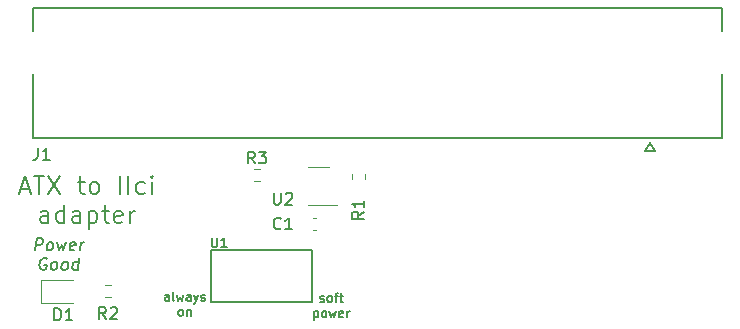
<source format=gbr>
%TF.GenerationSoftware,KiCad,Pcbnew,5.1.9+dfsg1-1~bpo10+1*%
%TF.CreationDate,2023-02-12T08:43:59+01:00*%
%TF.ProjectId,IIci_ATX,49496369-5f41-4545-982e-6b696361645f,rev?*%
%TF.SameCoordinates,Original*%
%TF.FileFunction,Legend,Top*%
%TF.FilePolarity,Positive*%
%FSLAX46Y46*%
G04 Gerber Fmt 4.6, Leading zero omitted, Abs format (unit mm)*
G04 Created by KiCad (PCBNEW 5.1.9+dfsg1-1~bpo10+1) date 2023-02-12 08:43:59*
%MOMM*%
%LPD*%
G01*
G04 APERTURE LIST*
%ADD10C,0.200000*%
%ADD11C,0.150000*%
%ADD12C,0.120000*%
%ADD13C,0.127000*%
G04 APERTURE END LIST*
D10*
X90592857Y-126825000D02*
X91307142Y-126825000D01*
X90450000Y-127253571D02*
X90950000Y-125753571D01*
X91450000Y-127253571D01*
X91735714Y-125753571D02*
X92592857Y-125753571D01*
X92164285Y-127253571D02*
X92164285Y-125753571D01*
X92950000Y-125753571D02*
X93950000Y-127253571D01*
X93950000Y-125753571D02*
X92950000Y-127253571D01*
X95450000Y-126253571D02*
X96021428Y-126253571D01*
X95664285Y-125753571D02*
X95664285Y-127039285D01*
X95735714Y-127182142D01*
X95878571Y-127253571D01*
X96021428Y-127253571D01*
X96735714Y-127253571D02*
X96592857Y-127182142D01*
X96521428Y-127110714D01*
X96450000Y-126967857D01*
X96450000Y-126539285D01*
X96521428Y-126396428D01*
X96592857Y-126325000D01*
X96735714Y-126253571D01*
X96950000Y-126253571D01*
X97092857Y-126325000D01*
X97164285Y-126396428D01*
X97235714Y-126539285D01*
X97235714Y-126967857D01*
X97164285Y-127110714D01*
X97092857Y-127182142D01*
X96950000Y-127253571D01*
X96735714Y-127253571D01*
X99021428Y-127253571D02*
X99021428Y-125753571D01*
X99735714Y-127253571D02*
X99735714Y-125753571D01*
X101092857Y-127182142D02*
X100950000Y-127253571D01*
X100664285Y-127253571D01*
X100521428Y-127182142D01*
X100450000Y-127110714D01*
X100378571Y-126967857D01*
X100378571Y-126539285D01*
X100450000Y-126396428D01*
X100521428Y-126325000D01*
X100664285Y-126253571D01*
X100950000Y-126253571D01*
X101092857Y-126325000D01*
X101735714Y-127253571D02*
X101735714Y-126253571D01*
X101735714Y-125753571D02*
X101664285Y-125825000D01*
X101735714Y-125896428D01*
X101807142Y-125825000D01*
X101735714Y-125753571D01*
X101735714Y-125896428D01*
X92950000Y-129703571D02*
X92950000Y-128917857D01*
X92878571Y-128775000D01*
X92735714Y-128703571D01*
X92450000Y-128703571D01*
X92307142Y-128775000D01*
X92950000Y-129632142D02*
X92807142Y-129703571D01*
X92450000Y-129703571D01*
X92307142Y-129632142D01*
X92235714Y-129489285D01*
X92235714Y-129346428D01*
X92307142Y-129203571D01*
X92450000Y-129132142D01*
X92807142Y-129132142D01*
X92950000Y-129060714D01*
X94307142Y-129703571D02*
X94307142Y-128203571D01*
X94307142Y-129632142D02*
X94164285Y-129703571D01*
X93878571Y-129703571D01*
X93735714Y-129632142D01*
X93664285Y-129560714D01*
X93592857Y-129417857D01*
X93592857Y-128989285D01*
X93664285Y-128846428D01*
X93735714Y-128775000D01*
X93878571Y-128703571D01*
X94164285Y-128703571D01*
X94307142Y-128775000D01*
X95664285Y-129703571D02*
X95664285Y-128917857D01*
X95592857Y-128775000D01*
X95450000Y-128703571D01*
X95164285Y-128703571D01*
X95021428Y-128775000D01*
X95664285Y-129632142D02*
X95521428Y-129703571D01*
X95164285Y-129703571D01*
X95021428Y-129632142D01*
X94950000Y-129489285D01*
X94950000Y-129346428D01*
X95021428Y-129203571D01*
X95164285Y-129132142D01*
X95521428Y-129132142D01*
X95664285Y-129060714D01*
X96378571Y-128703571D02*
X96378571Y-130203571D01*
X96378571Y-128775000D02*
X96521428Y-128703571D01*
X96807142Y-128703571D01*
X96950000Y-128775000D01*
X97021428Y-128846428D01*
X97092857Y-128989285D01*
X97092857Y-129417857D01*
X97021428Y-129560714D01*
X96950000Y-129632142D01*
X96807142Y-129703571D01*
X96521428Y-129703571D01*
X96378571Y-129632142D01*
X97521428Y-128703571D02*
X98092857Y-128703571D01*
X97735714Y-128203571D02*
X97735714Y-129489285D01*
X97807142Y-129632142D01*
X97950000Y-129703571D01*
X98092857Y-129703571D01*
X99164285Y-129632142D02*
X99021428Y-129703571D01*
X98735714Y-129703571D01*
X98592857Y-129632142D01*
X98521428Y-129489285D01*
X98521428Y-128917857D01*
X98592857Y-128775000D01*
X98735714Y-128703571D01*
X99021428Y-128703571D01*
X99164285Y-128775000D01*
X99235714Y-128917857D01*
X99235714Y-129060714D01*
X98521428Y-129203571D01*
X99878571Y-129703571D02*
X99878571Y-128703571D01*
X99878571Y-128989285D02*
X99950000Y-128846428D01*
X100021428Y-128775000D01*
X100164285Y-128703571D01*
X100307142Y-128703571D01*
D11*
X103142857Y-136301785D02*
X103142857Y-135908928D01*
X103107142Y-135837500D01*
X103035714Y-135801785D01*
X102892857Y-135801785D01*
X102821428Y-135837500D01*
X103142857Y-136266071D02*
X103071428Y-136301785D01*
X102892857Y-136301785D01*
X102821428Y-136266071D01*
X102785714Y-136194642D01*
X102785714Y-136123214D01*
X102821428Y-136051785D01*
X102892857Y-136016071D01*
X103071428Y-136016071D01*
X103142857Y-135980357D01*
X103607142Y-136301785D02*
X103535714Y-136266071D01*
X103500000Y-136194642D01*
X103500000Y-135551785D01*
X103821428Y-135801785D02*
X103964285Y-136301785D01*
X104107142Y-135944642D01*
X104250000Y-136301785D01*
X104392857Y-135801785D01*
X105000000Y-136301785D02*
X105000000Y-135908928D01*
X104964285Y-135837500D01*
X104892857Y-135801785D01*
X104750000Y-135801785D01*
X104678571Y-135837500D01*
X105000000Y-136266071D02*
X104928571Y-136301785D01*
X104750000Y-136301785D01*
X104678571Y-136266071D01*
X104642857Y-136194642D01*
X104642857Y-136123214D01*
X104678571Y-136051785D01*
X104750000Y-136016071D01*
X104928571Y-136016071D01*
X105000000Y-135980357D01*
X105285714Y-135801785D02*
X105464285Y-136301785D01*
X105642857Y-135801785D02*
X105464285Y-136301785D01*
X105392857Y-136480357D01*
X105357142Y-136516071D01*
X105285714Y-136551785D01*
X105892857Y-136266071D02*
X105964285Y-136301785D01*
X106107142Y-136301785D01*
X106178571Y-136266071D01*
X106214285Y-136194642D01*
X106214285Y-136158928D01*
X106178571Y-136087500D01*
X106107142Y-136051785D01*
X106000000Y-136051785D01*
X105928571Y-136016071D01*
X105892857Y-135944642D01*
X105892857Y-135908928D01*
X105928571Y-135837500D01*
X106000000Y-135801785D01*
X106107142Y-135801785D01*
X106178571Y-135837500D01*
X104107142Y-137576785D02*
X104035714Y-137541071D01*
X104000000Y-137505357D01*
X103964285Y-137433928D01*
X103964285Y-137219642D01*
X104000000Y-137148214D01*
X104035714Y-137112500D01*
X104107142Y-137076785D01*
X104214285Y-137076785D01*
X104285714Y-137112500D01*
X104321428Y-137148214D01*
X104357142Y-137219642D01*
X104357142Y-137433928D01*
X104321428Y-137505357D01*
X104285714Y-137541071D01*
X104214285Y-137576785D01*
X104107142Y-137576785D01*
X104678571Y-137076785D02*
X104678571Y-137576785D01*
X104678571Y-137148214D02*
X104714285Y-137112500D01*
X104785714Y-137076785D01*
X104892857Y-137076785D01*
X104964285Y-137112500D01*
X105000000Y-137183928D01*
X105000000Y-137576785D01*
X115971428Y-136366071D02*
X116042857Y-136401785D01*
X116185714Y-136401785D01*
X116257142Y-136366071D01*
X116292857Y-136294642D01*
X116292857Y-136258928D01*
X116257142Y-136187500D01*
X116185714Y-136151785D01*
X116078571Y-136151785D01*
X116007142Y-136116071D01*
X115971428Y-136044642D01*
X115971428Y-136008928D01*
X116007142Y-135937500D01*
X116078571Y-135901785D01*
X116185714Y-135901785D01*
X116257142Y-135937500D01*
X116721428Y-136401785D02*
X116650000Y-136366071D01*
X116614285Y-136330357D01*
X116578571Y-136258928D01*
X116578571Y-136044642D01*
X116614285Y-135973214D01*
X116650000Y-135937500D01*
X116721428Y-135901785D01*
X116828571Y-135901785D01*
X116900000Y-135937500D01*
X116935714Y-135973214D01*
X116971428Y-136044642D01*
X116971428Y-136258928D01*
X116935714Y-136330357D01*
X116900000Y-136366071D01*
X116828571Y-136401785D01*
X116721428Y-136401785D01*
X117185714Y-135901785D02*
X117471428Y-135901785D01*
X117292857Y-136401785D02*
X117292857Y-135758928D01*
X117328571Y-135687500D01*
X117400000Y-135651785D01*
X117471428Y-135651785D01*
X117614285Y-135901785D02*
X117900000Y-135901785D01*
X117721428Y-135651785D02*
X117721428Y-136294642D01*
X117757142Y-136366071D01*
X117828571Y-136401785D01*
X117900000Y-136401785D01*
X115453571Y-137176785D02*
X115453571Y-137926785D01*
X115453571Y-137212500D02*
X115525000Y-137176785D01*
X115667857Y-137176785D01*
X115739285Y-137212500D01*
X115775000Y-137248214D01*
X115810714Y-137319642D01*
X115810714Y-137533928D01*
X115775000Y-137605357D01*
X115739285Y-137641071D01*
X115667857Y-137676785D01*
X115525000Y-137676785D01*
X115453571Y-137641071D01*
X116239285Y-137676785D02*
X116167857Y-137641071D01*
X116132142Y-137605357D01*
X116096428Y-137533928D01*
X116096428Y-137319642D01*
X116132142Y-137248214D01*
X116167857Y-137212500D01*
X116239285Y-137176785D01*
X116346428Y-137176785D01*
X116417857Y-137212500D01*
X116453571Y-137248214D01*
X116489285Y-137319642D01*
X116489285Y-137533928D01*
X116453571Y-137605357D01*
X116417857Y-137641071D01*
X116346428Y-137676785D01*
X116239285Y-137676785D01*
X116739285Y-137176785D02*
X116882142Y-137676785D01*
X117025000Y-137319642D01*
X117167857Y-137676785D01*
X117310714Y-137176785D01*
X117882142Y-137641071D02*
X117810714Y-137676785D01*
X117667857Y-137676785D01*
X117596428Y-137641071D01*
X117560714Y-137569642D01*
X117560714Y-137283928D01*
X117596428Y-137212500D01*
X117667857Y-137176785D01*
X117810714Y-137176785D01*
X117882142Y-137212500D01*
X117917857Y-137283928D01*
X117917857Y-137355357D01*
X117560714Y-137426785D01*
X118239285Y-137676785D02*
X118239285Y-137176785D01*
X118239285Y-137319642D02*
X118275000Y-137248214D01*
X118310714Y-137212500D01*
X118382142Y-137176785D01*
X118453571Y-137176785D01*
X91823824Y-132027380D02*
X91948824Y-131027380D01*
X92329776Y-131027380D01*
X92419062Y-131075000D01*
X92460729Y-131122619D01*
X92496443Y-131217857D01*
X92478586Y-131360714D01*
X92419062Y-131455952D01*
X92365491Y-131503571D01*
X92264300Y-131551190D01*
X91883348Y-131551190D01*
X92966681Y-132027380D02*
X92877395Y-131979761D01*
X92835729Y-131932142D01*
X92800014Y-131836904D01*
X92835729Y-131551190D01*
X92895252Y-131455952D01*
X92948824Y-131408333D01*
X93050014Y-131360714D01*
X93192872Y-131360714D01*
X93282157Y-131408333D01*
X93323824Y-131455952D01*
X93359538Y-131551190D01*
X93323824Y-131836904D01*
X93264300Y-131932142D01*
X93210729Y-131979761D01*
X93109538Y-132027380D01*
X92966681Y-132027380D01*
X93716681Y-131360714D02*
X93823824Y-132027380D01*
X94073824Y-131551190D01*
X94204776Y-132027380D01*
X94478586Y-131360714D01*
X95163110Y-131979761D02*
X95061919Y-132027380D01*
X94871443Y-132027380D01*
X94782157Y-131979761D01*
X94746443Y-131884523D01*
X94794062Y-131503571D01*
X94853586Y-131408333D01*
X94954776Y-131360714D01*
X95145252Y-131360714D01*
X95234538Y-131408333D01*
X95270252Y-131503571D01*
X95258348Y-131598809D01*
X94770252Y-131694047D01*
X95633348Y-132027380D02*
X95716681Y-131360714D01*
X95692872Y-131551190D02*
X95752395Y-131455952D01*
X95805967Y-131408333D01*
X95907157Y-131360714D01*
X96002395Y-131360714D01*
X92823824Y-132725000D02*
X92734538Y-132677380D01*
X92591681Y-132677380D01*
X92442872Y-132725000D01*
X92335729Y-132820238D01*
X92276205Y-132915476D01*
X92204776Y-133105952D01*
X92186919Y-133248809D01*
X92210729Y-133439285D01*
X92246443Y-133534523D01*
X92329776Y-133629761D01*
X92466681Y-133677380D01*
X92561919Y-133677380D01*
X92710729Y-133629761D01*
X92764300Y-133582142D01*
X92805967Y-133248809D01*
X92615491Y-133248809D01*
X93323824Y-133677380D02*
X93234538Y-133629761D01*
X93192872Y-133582142D01*
X93157157Y-133486904D01*
X93192872Y-133201190D01*
X93252395Y-133105952D01*
X93305967Y-133058333D01*
X93407157Y-133010714D01*
X93550014Y-133010714D01*
X93639300Y-133058333D01*
X93680967Y-133105952D01*
X93716681Y-133201190D01*
X93680967Y-133486904D01*
X93621443Y-133582142D01*
X93567872Y-133629761D01*
X93466681Y-133677380D01*
X93323824Y-133677380D01*
X94228586Y-133677380D02*
X94139300Y-133629761D01*
X94097633Y-133582142D01*
X94061919Y-133486904D01*
X94097633Y-133201190D01*
X94157157Y-133105952D01*
X94210729Y-133058333D01*
X94311919Y-133010714D01*
X94454776Y-133010714D01*
X94544062Y-133058333D01*
X94585729Y-133105952D01*
X94621443Y-133201190D01*
X94585729Y-133486904D01*
X94526205Y-133582142D01*
X94472633Y-133629761D01*
X94371443Y-133677380D01*
X94228586Y-133677380D01*
X95419062Y-133677380D02*
X95544062Y-132677380D01*
X95425014Y-133629761D02*
X95323824Y-133677380D01*
X95133348Y-133677380D01*
X95044062Y-133629761D01*
X95002395Y-133582142D01*
X94966681Y-133486904D01*
X95002395Y-133201190D01*
X95061919Y-133105952D01*
X95115491Y-133058333D01*
X95216681Y-133010714D01*
X95407157Y-133010714D01*
X95496443Y-133058333D01*
D12*
%TO.C,R3*%
X110362742Y-126172500D02*
X110837258Y-126172500D01*
X110362742Y-125127500D02*
X110837258Y-125127500D01*
%TO.C,R2*%
X98237258Y-136022500D02*
X97762742Y-136022500D01*
X98237258Y-134977500D02*
X97762742Y-134977500D01*
D13*
%TO.C,J1*%
X143500000Y-123654000D02*
X144300000Y-123654000D01*
X144300000Y-123654000D02*
X143900000Y-122954000D01*
X143900000Y-122954000D02*
X143500000Y-123654000D01*
X91610000Y-113440000D02*
X91610000Y-111550000D01*
X91610000Y-122550000D02*
X91610000Y-117080000D01*
X149990000Y-111550000D02*
X149990000Y-113440000D01*
X149990000Y-122550000D02*
X149990000Y-117080000D01*
X91610000Y-111550000D02*
X149990000Y-111550000D01*
X149990000Y-122550000D02*
X91610000Y-122550000D01*
D12*
%TO.C,D1*%
X95000000Y-134540000D02*
X92315000Y-134540000D01*
X92315000Y-134540000D02*
X92315000Y-136460000D01*
X92315000Y-136460000D02*
X95000000Y-136460000D01*
%TO.C,U2*%
X116700000Y-124990000D02*
X114900000Y-124990000D01*
X114900000Y-128210000D02*
X117350000Y-128210000D01*
%TO.C,R1*%
X118677500Y-126012258D02*
X118677500Y-125537742D01*
X119722500Y-126012258D02*
X119722500Y-125537742D01*
%TO.C,C1*%
X115615580Y-130310000D02*
X115334420Y-130310000D01*
X115615580Y-129290000D02*
X115334420Y-129290000D01*
D13*
%TO.C,U1*%
X115300000Y-136400000D02*
X106700000Y-136400000D01*
X115300000Y-132000000D02*
X106700000Y-132000000D01*
X106700000Y-132000000D02*
X106700000Y-136400000D01*
X115300000Y-136400000D02*
X115300000Y-132000000D01*
%TO.C,R3*%
D11*
X110433333Y-124672380D02*
X110100000Y-124196190D01*
X109861904Y-124672380D02*
X109861904Y-123672380D01*
X110242857Y-123672380D01*
X110338095Y-123720000D01*
X110385714Y-123767619D01*
X110433333Y-123862857D01*
X110433333Y-124005714D01*
X110385714Y-124100952D01*
X110338095Y-124148571D01*
X110242857Y-124196190D01*
X109861904Y-124196190D01*
X110766666Y-123672380D02*
X111385714Y-123672380D01*
X111052380Y-124053333D01*
X111195238Y-124053333D01*
X111290476Y-124100952D01*
X111338095Y-124148571D01*
X111385714Y-124243809D01*
X111385714Y-124481904D01*
X111338095Y-124577142D01*
X111290476Y-124624761D01*
X111195238Y-124672380D01*
X110909523Y-124672380D01*
X110814285Y-124624761D01*
X110766666Y-124577142D01*
%TO.C,R2*%
X97833333Y-137852380D02*
X97500000Y-137376190D01*
X97261904Y-137852380D02*
X97261904Y-136852380D01*
X97642857Y-136852380D01*
X97738095Y-136900000D01*
X97785714Y-136947619D01*
X97833333Y-137042857D01*
X97833333Y-137185714D01*
X97785714Y-137280952D01*
X97738095Y-137328571D01*
X97642857Y-137376190D01*
X97261904Y-137376190D01*
X98214285Y-136947619D02*
X98261904Y-136900000D01*
X98357142Y-136852380D01*
X98595238Y-136852380D01*
X98690476Y-136900000D01*
X98738095Y-136947619D01*
X98785714Y-137042857D01*
X98785714Y-137138095D01*
X98738095Y-137280952D01*
X98166666Y-137852380D01*
X98785714Y-137852380D01*
%TO.C,J1*%
X92066666Y-123352380D02*
X92066666Y-124066666D01*
X92019047Y-124209523D01*
X91923809Y-124304761D01*
X91780952Y-124352380D01*
X91685714Y-124352380D01*
X93066666Y-124352380D02*
X92495238Y-124352380D01*
X92780952Y-124352380D02*
X92780952Y-123352380D01*
X92685714Y-123495238D01*
X92590476Y-123590476D01*
X92495238Y-123638095D01*
%TO.C,D1*%
X93461904Y-137952380D02*
X93461904Y-136952380D01*
X93700000Y-136952380D01*
X93842857Y-137000000D01*
X93938095Y-137095238D01*
X93985714Y-137190476D01*
X94033333Y-137380952D01*
X94033333Y-137523809D01*
X93985714Y-137714285D01*
X93938095Y-137809523D01*
X93842857Y-137904761D01*
X93700000Y-137952380D01*
X93461904Y-137952380D01*
X94985714Y-137952380D02*
X94414285Y-137952380D01*
X94700000Y-137952380D02*
X94700000Y-136952380D01*
X94604761Y-137095238D01*
X94509523Y-137190476D01*
X94414285Y-137238095D01*
%TO.C,U2*%
X112038095Y-127152380D02*
X112038095Y-127961904D01*
X112085714Y-128057142D01*
X112133333Y-128104761D01*
X112228571Y-128152380D01*
X112419047Y-128152380D01*
X112514285Y-128104761D01*
X112561904Y-128057142D01*
X112609523Y-127961904D01*
X112609523Y-127152380D01*
X113038095Y-127247619D02*
X113085714Y-127200000D01*
X113180952Y-127152380D01*
X113419047Y-127152380D01*
X113514285Y-127200000D01*
X113561904Y-127247619D01*
X113609523Y-127342857D01*
X113609523Y-127438095D01*
X113561904Y-127580952D01*
X112990476Y-128152380D01*
X113609523Y-128152380D01*
%TO.C,R1*%
X119652380Y-128766666D02*
X119176190Y-129100000D01*
X119652380Y-129338095D02*
X118652380Y-129338095D01*
X118652380Y-128957142D01*
X118700000Y-128861904D01*
X118747619Y-128814285D01*
X118842857Y-128766666D01*
X118985714Y-128766666D01*
X119080952Y-128814285D01*
X119128571Y-128861904D01*
X119176190Y-128957142D01*
X119176190Y-129338095D01*
X119652380Y-127814285D02*
X119652380Y-128385714D01*
X119652380Y-128100000D02*
X118652380Y-128100000D01*
X118795238Y-128195238D01*
X118890476Y-128290476D01*
X118938095Y-128385714D01*
%TO.C,C1*%
X112633333Y-130157142D02*
X112585714Y-130204761D01*
X112442857Y-130252380D01*
X112347619Y-130252380D01*
X112204761Y-130204761D01*
X112109523Y-130109523D01*
X112061904Y-130014285D01*
X112014285Y-129823809D01*
X112014285Y-129680952D01*
X112061904Y-129490476D01*
X112109523Y-129395238D01*
X112204761Y-129300000D01*
X112347619Y-129252380D01*
X112442857Y-129252380D01*
X112585714Y-129300000D01*
X112633333Y-129347619D01*
X113585714Y-130252380D02*
X113014285Y-130252380D01*
X113300000Y-130252380D02*
X113300000Y-129252380D01*
X113204761Y-129395238D01*
X113109523Y-129490476D01*
X113014285Y-129538095D01*
%TO.C,U1*%
X106800074Y-130968803D02*
X106800074Y-131606224D01*
X106837570Y-131681215D01*
X106875065Y-131718710D01*
X106950056Y-131756205D01*
X107100037Y-131756205D01*
X107175028Y-131718710D01*
X107212523Y-131681215D01*
X107250018Y-131606224D01*
X107250018Y-130968803D01*
X108037420Y-131756205D02*
X107587476Y-131756205D01*
X107812448Y-131756205D02*
X107812448Y-130968803D01*
X107737458Y-131081289D01*
X107662467Y-131156280D01*
X107587476Y-131193775D01*
%TD*%
M02*

</source>
